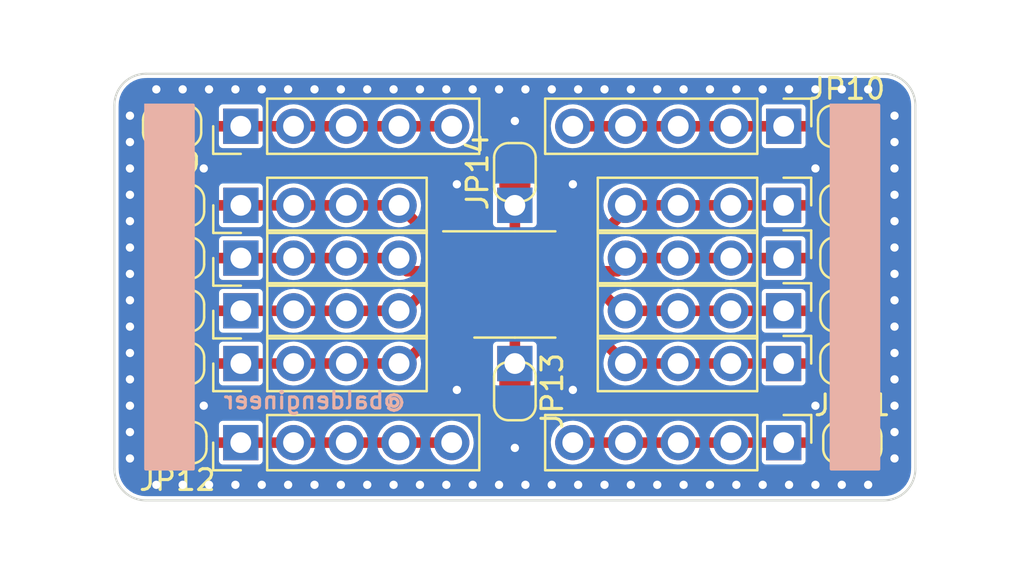
<source format=kicad_pcb>
(kicad_pcb (version 20211014) (generator pcbnew)
  (layers (0 "F.Cu" signal) (31 "B.Cu" signal) (34 "B.Paste" user) (35 "F.Paste" user) (36 "B.SilkS" user "B.Silkscreen") (37 "F.SilkS" user "F.Silkscreen") (38 "B.Mask" user) (39 "F.Mask" user) (44 "Edge.Cuts" user))
  (net 0 "")
  (net 1 "/Pin1")
  (net 2 "/Pin8")
  (net 3 "/Pin2")
  (net 4 "/Pin7")
  (net 5 "/Pin3")
  (net 6 "/Pin6")
  (net 7 "/Pin4")
  (net 8 "/Pin5")
  (net 9 "GND")
  (net 10 "/UL")
  (net 11 "/UR")
  (net 12 "/LL")
  (net 13 "/LR")
  (net 14 "/Pin9")
  (footprint "Jumper:SolderJumper-2_P1.3mm_Open_RoundedPad1.0x1.5mm" (layer "F.Cu") (at 95.504 67.056 180)
    (fp_text reference "JP9" (at 0 -1.8) (layer "F.SilkS"))
    (fp_text value "SolderJumper_2_Open")
    (fp_line (start -1.4 0.3) (end -1.4 -0.3) (layer "F.SilkS") (width 0.12))
    (fp_line (start 1.4 -0.3) (end 1.4 0.3) (layer "F.SilkS") (width 0.12))
    (fp_line (start 0.7 1) (end -0.7 1) (layer "F.SilkS") (width 0.12))
    (fp_line (start -0.7 -1) (end 0.7 -1) (layer "F.SilkS") (width 0.12))
    (fp_arc (start 1.4 0.3) (mid 1.194975 0.794975) (end 0.7 1) (layer "F.SilkS") (width 0.12))
    (fp_arc (start -0.7 1) (mid -1.194975 0.794975) (end -1.4 0.3) (layer "F.SilkS") (width 0.12))
    (fp_arc (start 0.7 -1) (mid 1.194975 -0.794975) (end 1.4 -0.3) (layer "F.SilkS") (width 0.12))
    (fp_arc (start -1.4 -0.3) (mid -1.194975 -0.794975) (end -0.7 -1) (layer "F.SilkS") (width 0.12))
    (pad "1" smd custom (at -0.65 0 180) (size 1 0.5) (layers "F.Cu" "F.Mask") (net 10 "/UL") (options (clearance outline) (anchor rect)) (primitives (gr_circle (center 0 0.25) (end 0.5 0.25) (width 0) (fill yes)) (gr_circle (center 0 -0.25) (end 0.5 -0.25) (width 0) (fill yes)) (gr_poly (pts (xy 0.5 0.75) (xy 0 0.75) (xy 0 -0.75) (xy 0.5 -0.75)) (width 0) (fill yes))))
    (pad "2" smd custom (at 0.65 0 180) (size 1 0.5) (layers "F.Cu" "F.Mask") (net 9 "GND") (options (clearance outline) (anchor rect)) (primitives (gr_circle (center 0 0.25) (end 0.5 0.25) (width 0) (fill yes)) (gr_circle (center 0 -0.25) (end 0.5 -0.25) (width 0) (fill yes)) (gr_poly (pts (xy 0 0.75) (xy -0.5 0.75) (xy -0.5 -0.75) (xy 0 -0.75)) (width 0) (fill yes))))
  )
  (footprint "Connector_PinHeader_2.54mm:PinHeader_1x05_P2.54mm_Vertical" (layer "F.Cu") (at 124.963 82.296 -90)
    (fp_text reference "J11" hide)
    (fp_text value "Conn_01x08")
    (fp_line (start -1.33 0) (end -1.33 -1.33) (layer "F.SilkS") (width 0.12))
    (fp_line (start 1.33 1.27) (end 1.33 11.49) (layer "F.SilkS") (width 0.12))
    (fp_line (start -1.33 1.27) (end 1.33 1.27) (layer "F.SilkS") (width 0.12))
    (fp_line (start -1.33 11.49) (end 1.33 11.49) (layer "F.SilkS") (width 0.12))
    (fp_line (start -1.33 -1.33) (end 0 -1.33) (layer "F.SilkS") (width 0.12))
    (fp_line (start -1.33 1.27) (end -1.33 11.49) (layer "F.SilkS") (width 0.12))
    (pad "1" thru_hole rect (at 0 0 270) (size 1.7 1.7) (drill 1) (layers *.Cu *.Mask) (net 12 "/LL"))
    (pad "2" thru_hole oval (at 0 2.54 270) (size 1.7 1.7) (drill 1) (layers *.Cu *.Mask) (net 12 "/LL"))
    (pad "3" thru_hole oval (at 0 5.08 270) (size 1.7 1.7) (drill 1) (layers *.Cu *.Mask) (net 12 "/LL"))
    (pad "4" thru_hole oval (at 0 7.62 270) (size 1.7 1.7) (drill 1) (layers *.Cu *.Mask) (net 12 "/LL"))
    (pad "5" thru_hole oval (at 0 10.16 270) (size 1.7 1.7) (drill 1) (layers *.Cu *.Mask) (net 12 "/LL"))
  )
  (footprint "Connector_PinHeader_2.54mm:PinHeader_1x04_P2.54mm_Vertical" (layer "F.Cu") (at 124.958 70.866 -90)
    (fp_text reference "J2" hide)
    (fp_text value "Conn_01x04")
    (fp_line (start -1.33 1.27) (end -1.33 8.95) (layer "F.SilkS") (width 0.12))
    (fp_line (start -1.33 -1.33) (end 0 -1.33) (layer "F.SilkS") (width 0.12))
    (fp_line (start 1.33 1.27) (end 1.33 8.95) (layer "F.SilkS") (width 0.12))
    (fp_line (start -1.33 8.95) (end 1.33 8.95) (layer "F.SilkS") (width 0.12))
    (fp_line (start -1.33 1.27) (end 1.33 1.27) (layer "F.SilkS") (width 0.12))
    (fp_line (start -1.33 0) (end -1.33 -1.33) (layer "F.SilkS") (width 0.12))
    (pad "1" thru_hole rect (at 0 0 270) (size 1.7 1.7) (drill 1) (layers *.Cu *.Mask) (net 2 "/Pin8"))
    (pad "2" thru_hole oval (at 0 2.54 270) (size 1.7 1.7) (drill 1) (layers *.Cu *.Mask) (net 2 "/Pin8"))
    (pad "3" thru_hole oval (at 0 5.08 270) (size 1.7 1.7) (drill 1) (layers *.Cu *.Mask) (net 2 "/Pin8"))
    (pad "4" thru_hole oval (at 0 7.62 270) (size 1.7 1.7) (drill 1) (layers *.Cu *.Mask) (net 2 "/Pin8"))
  )
  (footprint "Jumper:SolderJumper-2_P1.3mm_Open_RoundedPad1.0x1.5mm" (layer "F.Cu") (at 112.014 69.2658 90)
    (fp_text reference "JP14" (at 0 -1.8 90) (layer "F.SilkS"))
    (fp_text value "SolderJumper_2_Open")
    (fp_line (start 0.7 1) (end -0.7 1) (layer "F.SilkS") (width 0.12))
    (fp_line (start -0.7 -1) (end 0.7 -1) (layer "F.SilkS") (width 0.12))
    (fp_line (start 1.4 -0.3) (end 1.4 0.3) (layer "F.SilkS") (width 0.12))
    (fp_line (start -1.4 0.3) (end -1.4 -0.3) (layer "F.SilkS") (width 0.12))
    (fp_arc (start -0.7 1) (mid -1.194975 0.794975) (end -1.4 0.3) (layer "F.SilkS") (width 0.12))
    (fp_arc (start 0.7 -1) (mid 1.194975 -0.794975) (end 1.4 -0.3) (layer "F.SilkS") (width 0.12))
    (fp_arc (start -1.4 -0.3) (mid -1.194975 -0.794975) (end -0.7 -1) (layer "F.SilkS") (width 0.12))
    (fp_arc (start 1.4 0.3) (mid 1.194975 0.794975) (end 0.7 1) (layer "F.SilkS") (width 0.12))
    (pad "1" smd custom (at -0.65 0 90) (size 1 0.5) (layers "F.Cu" "F.Mask") (net 14 "/Pin9") (options (clearance outline) (anchor rect)) (primitives (gr_circle (center 0 0.25) (end 0.5 0.25) (width 0) (fill yes)) (gr_circle (center 0 -0.25) (end 0.5 -0.25) (width 0) (fill yes)) (gr_poly (pts (xy 0.5 0.75) (xy 0 0.75) (xy 0 -0.75) (xy 0.5 -0.75)) (width 0) (fill yes))))
    (pad "2" smd custom (at 0.65 0 90) (size 1 0.5) (layers "F.Cu" "F.Mask") (net 9 "GND") (options (clearance outline) (anchor rect)) (primitives (gr_circle (center 0 0.25) (end 0.5 0.25) (width 0) (fill yes)) (gr_circle (center 0 -0.25) (end 0.5 -0.25) (width 0) (fill yes)) (gr_poly (pts (xy 0 0.75) (xy -0.5 0.75) (xy -0.5 -0.75) (xy 0 -0.75)) (width 0) (fill yes))))
  )
  (footprint "Jumper:SolderJumper-2_P1.3mm_Open_RoundedPad1.0x1.5mm" (layer "F.Cu") (at 128.27 82.296)
    (fp_text reference "JP11" (at 0 -1.8) (layer "F.SilkS"))
    (fp_text value "SolderJumper_2_Open")
    (fp_line (start 0.7 1) (end -0.7 1) (layer "F.SilkS") (width 0.12))
    (fp_line (start -1.4 0.3) (end -1.4 -0.3) (layer "F.SilkS") (width 0.12))
    (fp_line (start 1.4 -0.3) (end 1.4 0.3) (layer "F.SilkS") (width 0.12))
    (fp_line (start -0.7 -1) (end 0.7 -1) (layer "F.SilkS") (width 0.12))
    (fp_arc (start -1.4 -0.3) (mid -1.194975 -0.794975) (end -0.7 -1) (layer "F.SilkS") (width 0.12))
    (fp_arc (start 1.4 0.3) (mid 1.194975 0.794975) (end 0.7 1) (layer "F.SilkS") (width 0.12))
    (fp_arc (start -0.7 1) (mid -1.194975 0.794975) (end -1.4 0.3) (layer "F.SilkS") (width 0.12))
    (fp_arc (start 0.7 -1) (mid 1.194975 -0.794975) (end 1.4 -0.3) (layer "F.SilkS") (width 0.12))
    (pad "1" smd custom (at -0.65 0) (size 1 0.5) (layers "F.Cu" "F.Mask") (net 12 "/LL") (options (clearance outline) (anchor rect)) (primitives (gr_circle (center 0 0.25) (end 0.5 0.25) (width 0) (fill yes)) (gr_circle (center 0 -0.25) (end 0.5 -0.25) (width 0) (fill yes)) (gr_poly (pts (xy 0.5 0.75) (xy 0 0.75) (xy 0 -0.75) (xy 0.5 -0.75)) (width 0) (fill yes))))
    (pad "2" smd custom (at 0.65 0) (size 1 0.5) (layers "F.Cu" "F.Mask") (net 9 "GND") (options (clearance outline) (anchor rect)) (primitives (gr_circle (center 0 0.25) (end 0.5 0.25) (width 0) (fill yes)) (gr_circle (center 0 -0.25) (end 0.5 -0.25) (width 0) (fill yes)) (gr_poly (pts (xy 0 0.75) (xy -0.5 0.75) (xy -0.5 -0.75) (xy 0 -0.75)) (width 0) (fill yes))))
  )
  (footprint "Jumper:SolderJumper-2_P1.3mm_Open_RoundedPad1.0x1.5mm" (layer "F.Cu") (at 128.128 78.486)
    (fp_text reference "JP8" hide)
    (fp_text value "SolderJumper_2_Open")
    (fp_line (start -1.4 0.3) (end -1.4 -0.3) (layer "F.SilkS") (width 0.12))
    (fp_line (start 0.7 1) (end -0.7 1) (layer "F.SilkS") (width 0.12))
    (fp_line (start -0.7 -1) (end 0.7 -1) (layer "F.SilkS") (width 0.12))
    (fp_line (start 1.4 -0.3) (end 1.4 0.3) (layer "F.SilkS") (width 0.12))
    (fp_arc (start -1.4 -0.3) (mid -1.194975 -0.794975) (end -0.7 -1) (layer "F.SilkS") (width 0.12))
    (fp_arc (start 1.4 0.3) (mid 1.194975 0.794975) (end 0.7 1) (layer "F.SilkS") (width 0.12))
    (fp_arc (start 0.7 -1) (mid 1.194975 -0.794975) (end 1.4 -0.3) (layer "F.SilkS") (width 0.12))
    (fp_arc (start -0.7 1) (mid -1.194975 0.794975) (end -1.4 0.3) (layer "F.SilkS") (width 0.12))
    (pad "1" smd custom (at -0.65 0) (size 1 0.5) (layers "F.Cu" "F.Mask") (net 8 "/Pin5") (options (clearance outline) (anchor rect)) (primitives (gr_circle (center 0 0.25) (end 0.5 0.25) (width 0) (fill yes)) (gr_circle (center 0 -0.25) (end 0.5 -0.25) (width 0) (fill yes)) (gr_poly (pts (xy 0.5 0.75) (xy 0 0.75) (xy 0 -0.75) (xy 0.5 -0.75)) (width 0) (fill yes))))
    (pad "2" smd custom (at 0.65 0) (size 1 0.5) (layers "F.Cu" "F.Mask") (net 9 "GND") (options (clearance outline) (anchor rect)) (primitives (gr_circle (center 0 0.25) (end 0.5 0.25) (width 0) (fill yes)) (gr_circle (center 0 -0.25) (end 0.5 -0.25) (width 0) (fill yes)) (gr_poly (pts (xy 0 0.75) (xy -0.5 0.75) (xy -0.5 -0.75) (xy 0 -0.75)) (width 0) (fill yes))))
  )
  (footprint "Connector_PinHeader_2.54mm:PinHeader_1x05_P2.54mm_Vertical" (layer "F.Cu") (at 98.811 82.296 90)
    (fp_text reference "J12" hide)
    (fp_text value "Conn_01x08")
    (fp_line (start -1.33 11.49) (end 1.33 11.49) (layer "F.SilkS") (width 0.12))
    (fp_line (start -1.33 -1.33) (end 0 -1.33) (layer "F.SilkS") (width 0.12))
    (fp_line (start -1.33 1.27) (end -1.33 11.49) (layer "F.SilkS") (width 0.12))
    (fp_line (start -1.33 1.27) (end 1.33 1.27) (layer "F.SilkS") (width 0.12))
    (fp_line (start -1.33 0) (end -1.33 -1.33) (layer "F.SilkS") (width 0.12))
    (fp_line (start 1.33 1.27) (end 1.33 11.49) (layer "F.SilkS") (width 0.12))
    (pad "1" thru_hole rect (at 0 0 90) (size 1.7 1.7) (drill 1) (layers *.Cu *.Mask) (net 13 "/LR"))
    (pad "2" thru_hole oval (at 0 2.54 90) (size 1.7 1.7) (drill 1) (layers *.Cu *.Mask) (net 13 "/LR"))
    (pad "3" thru_hole oval (at 0 5.08 90) (size 1.7 1.7) (drill 1) (layers *.Cu *.Mask) (net 13 "/LR"))
    (pad "4" thru_hole oval (at 0 7.62 90) (size 1.7 1.7) (drill 1) (layers *.Cu *.Mask) (net 13 "/LR"))
    (pad "5" thru_hole oval (at 0 10.16 90) (size 1.7 1.7) (drill 1) (layers *.Cu *.Mask) (net 13 "/LR"))
  )
  (footprint "Jumper:SolderJumper-2_P1.3mm_Open_RoundedPad1.0x1.5mm" (layer "F.Cu") (at 95.646 78.486 180)
    (fp_text reference "JP7" hide)
    (fp_text value "SolderJumper_2_Open")
    (fp_line (start -0.7 -1) (end 0.7 -1) (layer "F.SilkS") (width 0.12))
    (fp_line (start 0.7 1) (end -0.7 1) (layer "F.SilkS") (width 0.12))
    (fp_line (start 1.4 -0.3) (end 1.4 0.3) (layer "F.SilkS") (width 0.12))
    (fp_line (start -1.4 0.3) (end -1.4 -0.3) (layer "F.SilkS") (width 0.12))
    (fp_arc (start 1.4 0.3) (mid 1.194975 0.794975) (end 0.7 1) (layer "F.SilkS") (width 0.12))
    (fp_arc (start 0.7 -1) (mid 1.194975 -0.794975) (end 1.4 -0.3) (layer "F.SilkS") (width 0.12))
    (fp_arc (start -0.7 1) (mid -1.194975 0.794975) (end -1.4 0.3) (layer "F.SilkS") (width 0.12))
    (fp_arc (start -1.4 -0.3) (mid -1.194975 -0.794975) (end -0.7 -1) (layer "F.SilkS") (width 0.12))
    (pad "1" smd custom (at -0.65 0 180) (size 1 0.5) (layers "F.Cu" "F.Mask") (net 7 "/Pin4") (options (clearance outline) (anchor rect)) (primitives (gr_circle (center 0 0.25) (end 0.5 0.25) (width 0) (fill yes)) (gr_circle (center 0 -0.25) (end 0.5 -0.25) (width 0) (fill yes)) (gr_poly (pts (xy 0.5 0.75) (xy 0 0.75) (xy 0 -0.75) (xy 0.5 -0.75)) (width 0) (fill yes))))
    (pad "2" smd custom (at 0.65 0 180) (size 1 0.5) (layers "F.Cu" "F.Mask") (net 9 "GND") (options (clearance outline) (anchor rect)) (primitives (gr_circle (center 0 0.25) (end 0.5 0.25) (width 0) (fill yes)) (gr_circle (center 0 -0.25) (end 0.5 -0.25) (width 0) (fill yes)) (gr_poly (pts (xy 0 0.75) (xy -0.5 0.75) (xy -0.5 -0.75) (xy 0 -0.75)) (width 0) (fill yes))))
  )
  (footprint "Jumper:SolderJumper-2_P1.3mm_Open_RoundedPad1.0x1.5mm" (layer "F.Cu") (at 95.646 73.406 180)
    (fp_text reference "JP3" hide)
    (fp_text value "SolderJumper_2_Open")
    (fp_line (start -1.4 0.3) (end -1.4 -0.3) (layer "F.SilkS") (width 0.12))
    (fp_line (start 1.4 -0.3) (end 1.4 0.3) (layer "F.SilkS") (width 0.12))
    (fp_line (start 0.7 1) (end -0.7 1) (layer "F.SilkS") (width 0.12))
    (fp_line (start -0.7 -1) (end 0.7 -1) (layer "F.SilkS") (width 0.12))
    (fp_arc (start 1.4 0.3) (mid 1.194975 0.794975) (end 0.7 1) (layer "F.SilkS") (width 0.12))
    (fp_arc (start -0.7 1) (mid -1.194975 0.794975) (end -1.4 0.3) (layer "F.SilkS") (width 0.12))
    (fp_arc (start -1.4 -0.3) (mid -1.194975 -0.794975) (end -0.7 -1) (layer "F.SilkS") (width 0.12))
    (fp_arc (start 0.7 -1) (mid 1.194975 -0.794975) (end 1.4 -0.3) (layer "F.SilkS") (width 0.12))
    (pad "1" smd custom (at -0.65 0 180) (size 1 0.5) (layers "F.Cu" "F.Mask") (net 3 "/Pin2") (options (clearance outline) (anchor rect)) (primitives (gr_circle (center 0 0.25) (end 0.5 0.25) (width 0) (fill yes)) (gr_circle (center 0 -0.25) (end 0.5 -0.25) (width 0) (fill yes)) (gr_poly (pts (xy 0.5 0.75) (xy 0 0.75) (xy 0 -0.75) (xy 0.5 -0.75)) (width 0) (fill yes))))
    (pad "2" smd custom (at 0.65 0 180) (size 1 0.5) (layers "F.Cu" "F.Mask") (net 9 "GND") (options (clearance outline) (anchor rect)) (primitives (gr_circle (center 0 0.25) (end 0.5 0.25) (width 0) (fill yes)) (gr_circle (center 0 -0.25) (end 0.5 -0.25) (width 0) (fill yes)) (gr_poly (pts (xy 0 0.75) (xy -0.5 0.75) (xy -0.5 -0.75) (xy 0 -0.75)) (width 0) (fill yes))))
  )
  (footprint "Connector_PinHeader_2.54mm:PinHeader_1x04_P2.54mm_Vertical" (layer "F.Cu") (at 124.958 75.946 -90)
    (fp_text reference "J6" hide)
    (fp_text value "Conn_01x04")
    (fp_line (start -1.33 0) (end -1.33 -1.33) (layer "F.SilkS") (width 0.12))
    (fp_line (start 1.33 1.27) (end 1.33 8.95) (layer "F.SilkS") (width 0.12))
    (fp_line (start -1.33 1.27) (end 1.33 1.27) (layer "F.SilkS") (width 0.12))
    (fp_line (start -1.33 -1.33) (end 0 -1.33) (layer "F.SilkS") (width 0.12))
    (fp_line (start -1.33 1.27) (end -1.33 8.95) (layer "F.SilkS") (width 0.12))
    (fp_line (start -1.33 8.95) (end 1.33 8.95) (layer "F.SilkS") (width 0.12))
    (pad "1" thru_hole rect (at 0 0 270) (size 1.7 1.7) (drill 1) (layers *.Cu *.Mask) (net 6 "/Pin6"))
    (pad "2" thru_hole oval (at 0 2.54 270) (size 1.7 1.7) (drill 1) (layers *.Cu *.Mask) (net 6 "/Pin6"))
    (pad "3" thru_hole oval (at 0 5.08 270) (size 1.7 1.7) (drill 1) (layers *.Cu *.Mask) (net 6 "/Pin6"))
    (pad "4" thru_hole oval (at 0 7.62 270) (size 1.7 1.7) (drill 1) (layers *.Cu *.Mask) (net 6 "/Pin6"))
  )
  (footprint "Jumper:SolderJumper-2_P1.3mm_Open_RoundedPad1.0x1.5mm" (layer "F.Cu") (at 95.646 75.946 180)
    (fp_text reference "JP5" hide)
    (fp_text value "SolderJumper_2_Open")
    (fp_line (start -0.7 -1) (end 0.7 -1) (layer "F.SilkS") (width 0.12))
    (fp_line (start 0.7 1) (end -0.7 1) (layer "F.SilkS") (width 0.12))
    (fp_line (start 1.4 -0.3) (end 1.4 0.3) (layer "F.SilkS") (width 0.12))
    (fp_line (start -1.4 0.3) (end -1.4 -0.3) (layer "F.SilkS") (width 0.12))
    (fp_arc (start 1.4 0.3) (mid 1.194975 0.794975) (end 0.7 1) (layer "F.SilkS") (width 0.12))
    (fp_arc (start -1.4 -0.3) (mid -1.194975 -0.794975) (end -0.7 -1) (layer "F.SilkS") (width 0.12))
    (fp_arc (start 0.7 -1) (mid 1.194975 -0.794975) (end 1.4 -0.3) (layer "F.SilkS") (width 0.12))
    (fp_arc (start -0.7 1) (mid -1.194975 0.794975) (end -1.4 0.3) (layer "F.SilkS") (width 0.12))
    (pad "1" smd custom (at -0.65 0 180) (size 1 0.5) (layers "F.Cu" "F.Mask") (net 5 "/Pin3") (options (clearance outline) (anchor rect)) (primitives (gr_circle (center 0 0.25) (end 0.5 0.25) (width 0) (fill yes)) (gr_circle (center 0 -0.25) (end 0.5 -0.25) (width 0) (fill yes)) (gr_poly (pts (xy 0.5 0.75) (xy 0 0.75) (xy 0 -0.75) (xy 0.5 -0.75)) (width 0) (fill yes))))
    (pad "2" smd custom (at 0.65 0 180) (size 1 0.5) (layers "F.Cu" "F.Mask") (net 9 "GND") (options (clearance outline) (anchor rect)) (primitives (gr_circle (center 0 0.25) (end 0.5 0.25) (width 0) (fill yes)) (gr_circle (center 0 -0.25) (end 0.5 -0.25) (width 0) (fill yes)) (gr_poly (pts (xy 0 0.75) (xy -0.5 0.75) (xy -0.5 -0.75) (xy 0 -0.75)) (width 0) (fill yes))))
  )
  (footprint "Connector_PinHeader_2.54mm:PinHeader_1x04_P2.54mm_Vertical" (layer "F.Cu") (at 124.958 73.406 -90)
    (fp_text reference "J4" hide)
    (fp_text value "Conn_01x04")
    (fp_line (start -1.33 -1.33) (end 0 -1.33) (layer "F.SilkS") (width 0.12))
    (fp_line (start -1.33 1.27) (end -1.33 8.95) (layer "F.SilkS") (width 0.12))
    (fp_line (start -1.33 1.27) (end 1.33 1.27) (layer "F.SilkS") (width 0.12))
    (fp_line (start 1.33 1.27) (end 1.33 8.95) (layer "F.SilkS") (width 0.12))
    (fp_line (start -1.33 8.95) (end 1.33 8.95) (layer "F.SilkS") (width 0.12))
    (fp_line (start -1.33 0) (end -1.33 -1.33) (layer "F.SilkS") (width 0.12))
    (pad "1" thru_hole rect (at 0 0 270) (size 1.7 1.7) (drill 1) (layers *.Cu *.Mask) (net 4 "/Pin7"))
    (pad "2" thru_hole oval (at 0 2.54 270) (size 1.7 1.7) (drill 1) (layers *.Cu *.Mask) (net 4 "/Pin7"))
    (pad "3" thru_hole oval (at 0 5.08 270) (size 1.7 1.7) (drill 1) (layers *.Cu *.Mask) (net 4 "/Pin7"))
    (pad "4" thru_hole oval (at 0 7.62 270) (size 1.7 1.7) (drill 1) (layers *.Cu *.Mask) (net 4 "/Pin7"))
  )
  (footprint "Jumper:SolderJumper-2_P1.3mm_Open_RoundedPad1.0x1.5mm" (layer "F.Cu") (at 95.646 70.866 180)
    (fp_text reference "JP1" hide)
    (fp_text value "SolderJumper_2_Open")
    (fp_line (start -1.4 0.3) (end -1.4 -0.3) (layer "F.SilkS") (width 0.12))
    (fp_line (start -0.7 -1) (end 0.7 -1) (layer "F.SilkS") (width 0.12))
    (fp_line (start 1.4 -0.3) (end 1.4 0.3) (layer "F.SilkS") (width 0.12))
    (fp_line (start 0.7 1) (end -0.7 1) (layer "F.SilkS") (width 0.12))
    (fp_arc (start 1.4 0.3) (mid 1.194975 0.794975) (end 0.7 1) (layer "F.SilkS") (width 0.12))
    (fp_arc (start -0.7 1) (mid -1.194975 0.794975) (end -1.4 0.3) (layer "F.SilkS") (width 0.12))
    (fp_arc (start -1.4 -0.3) (mid -1.194975 -0.794975) (end -0.7 -1) (layer "F.SilkS") (width 0.12))
    (fp_arc (start 0.7 -1) (mid 1.194975 -0.794975) (end 1.4 -0.3) (layer "F.SilkS") (width 0.12))
    (pad "1" smd custom (at -0.65 0 180) (size 1 0.5) (layers "F.Cu" "F.Mask") (net 1 "/Pin1") (options (clearance outline) (anchor rect)) (primitives (gr_circle (center 0 0.25) (end 0.5 0.25) (width 0) (fill yes)) (gr_circle (center 0 -0.25) (end 0.5 -0.25) (width 0) (fill yes)) (gr_poly (pts (xy 0.5 0.75) (xy 0 0.75) (xy 0 -0.75) (xy 0.5 -0.75)) (width 0) (fill yes))))
    (pad "2" smd custom (at 0.65 0 180) (size 1 0.5) (layers "F.Cu" "F.Mask") (net 9 "GND") (options (clearance outline) (anchor rect)) (primitives (gr_circle (center 0 0.25) (end 0.5 0.25) (width 0) (fill yes)) (gr_circle (center 0 -0.25) (end 0.5 -0.25) (width 0) (fill yes)) (gr_poly (pts (xy 0 0.75) (xy -0.5 0.75) (xy -0.5 -0.75) (xy 0 -0.75)) (width 0) (fill yes))))
  )
  (footprint "Connector_PinHeader_2.54mm:PinHeader_1x04_P2.54mm_Vertical" (layer "F.Cu") (at 98.816 78.486 90)
    (fp_text reference "J7" hide)
    (fp_text value "Conn_01x04")
    (fp_line (start -1.33 1.27) (end -1.33 8.95) (layer "F.SilkS") (width 0.12))
    (fp_line (start -1.33 -1.33) (end 0 -1.33) (layer "F.SilkS") (width 0.12))
    (fp_line (start -1.33 0) (end -1.33 -1.33) (layer "F.SilkS") (width 0.12))
    (fp_line (start -1.33 8.95) (end 1.33 8.95) (layer "F.SilkS") (width 0.12))
    (fp_line (start -1.33 1.27) (end 1.33 1.27) (layer "F.SilkS") (width 0.12))
    (fp_line (start 1.33 1.27) (end 1.33 8.95) (layer "F.SilkS") (width 0.12))
    (pad "1" thru_hole rect (at 0 0 90) (size 1.7 1.7) (drill 1) (layers *.Cu *.Mask) (net 7 "/Pin4"))
    (pad "2" thru_hole oval (at 0 2.54 90) (size 1.7 1.7) (drill 1) (layers *.Cu *.Mask) (net 7 "/Pin4"))
    (pad "3" thru_hole oval (at 0 5.08 90) (size 1.7 1.7) (drill 1) (layers *.Cu *.Mask) (net 7 "/Pin4"))
    (pad "4" thru_hole oval (at 0 7.62 90) (size 1.7 1.7) (drill 1) (layers *.Cu *.Mask) (net 7 "/Pin4"))
  )
  (footprint "Jumper:SolderJumper-2_P1.3mm_Open_RoundedPad1.0x1.5mm" (layer "F.Cu") (at 128.128 70.866)
    (fp_text reference "JP2" hide)
    (fp_text value "SolderJumper_2_Open")
    (fp_line (start 0.7 1) (end -0.7 1) (layer "F.SilkS") (width 0.12))
    (fp_line (start -1.4 0.3) (end -1.4 -0.3) (layer "F.SilkS") (width 0.12))
    (fp_line (start -0.7 -1) (end 0.7 -1) (layer "F.SilkS") (width 0.12))
    (fp_line (start 1.4 -0.3) (end 1.4 0.3) (layer "F.SilkS") (width 0.12))
    (fp_arc (start 0.7 -1) (mid 1.194975 -0.794975) (end 1.4 -0.3) (layer "F.SilkS") (width 0.12))
    (fp_arc (start 1.4 0.3) (mid 1.194975 0.794975) (end 0.7 1) (layer "F.SilkS") (width 0.12))
    (fp_arc (start -0.7 1) (mid -1.194975 0.794975) (end -1.4 0.3) (layer "F.SilkS") (width 0.12))
    (fp_arc (start -1.4 -0.3) (mid -1.194975 -0.794975) (end -0.7 -1) (layer "F.SilkS") (width 0.12))
    (pad "1" smd custom (at -0.65 0) (size 1 0.5) (layers "F.Cu" "F.Mask") (net 2 "/Pin8") (options (clearance outline) (anchor rect)) (primitives (gr_circle (center 0 0.25) (end 0.5 0.25) (width 0) (fill yes)) (gr_circle (center 0 -0.25) (end 0.5 -0.25) (width 0) (fill yes)) (gr_poly (pts (xy 0.5 0.75) (xy 0 0.75) (xy 0 -0.75) (xy 0.5 -0.75)) (width 0) (fill yes))))
    (pad "2" smd custom (at 0.65 0) (size 1 0.5) (layers "F.Cu" "F.Mask") (net 9 "GND") (options (clearance outline) (anchor rect)) (primitives (gr_circle (center 0 0.25) (end 0.5 0.25) (width 0) (fill yes)) (gr_circle (center 0 -0.25) (end 0.5 -0.25) (width 0) (fill yes)) (gr_poly (pts (xy 0 0.75) (xy -0.5 0.75) (xy -0.5 -0.75) (xy 0 -0.75)) (width 0) (fill yes))))
  )
  (footprint "Connector_PinHeader_2.54mm:PinHeader_1x05_P2.54mm_Vertical" (layer "F.Cu") (at 124.963 67.056 -90)
    (fp_text reference "J10" hide)
    (fp_text value "Conn_01x08")
    (fp_line (start 1.33 1.27) (end 1.33 11.49) (layer "F.SilkS") (width 0.12))
    (fp_line (start -1.33 -1.33) (end 0 -1.33) (layer "F.SilkS") (width 0.12))
    (fp_line (start -1.33 1.27) (end 1.33 1.27) (layer "F.SilkS") (width 0.12))
    (fp_line (start -1.33 1.27) (end -1.33 11.49) (layer "F.SilkS") (width 0.12))
    (fp_line (start -1.33 11.49) (end 1.33 11.49) (layer "F.SilkS") (width 0.12))
    (fp_line (start -1.33 0) (end -1.33 -1.33) (layer "F.SilkS") (width 0.12))
    (pad "1" thru_hole rect (at 0 0 270) (size 1.7 1.7) (drill 1) (layers *.Cu *.Mask) (net 11 "/UR"))
    (pad "2" thru_hole oval (at 0 2.54 270) (size 1.7 1.7) (drill 1) (layers *.Cu *.Mask) (net 11 "/UR"))
    (pad "3" thru_hole oval (at 0 5.08 270) (size 1.7 1.7) (drill 1) (layers *.Cu *.Mask) (net 11 "/UR"))
    (pad "4" thru_hole oval (at 0 7.62 270) (size 1.7 1.7) (drill 1) (layers *.Cu *.Mask) (net 11 "/UR"))
    (pad "5" thru_hole oval (at 0 10.16 270) (size 1.7 1.7) (drill 1) (layers *.Cu *.Mask) (net 11 "/UR"))
  )
  (footprint "Connector_PinHeader_2.54mm:PinHeader_1x01_P2.54mm_Vertical" (layer "F.Cu") (at 112.014 70.866)
    (fp_text reference "J14" hide)
    (fp_text value "Conn_01x01")
    (pad "1" thru_hole rect (at 0 0) (size 1.7 1.7) (drill 1) (layers *.Cu *.Mask) (net 14 "/Pin9"))
  )
  (footprint "Jumper:SolderJumper-2_P1.3mm_Open_RoundedPad1.0x1.5mm" (layer "F.Cu") (at 95.758 82.296 180)
    (fp_text reference "JP12" (at 0 -1.8) (layer "F.SilkS"))
    (fp_text value "SolderJumper_2_Open")
    (fp_line (start -0.7 -1) (end 0.7 -1) (layer "F.SilkS") (width 0.12))
    (fp_line (start 0.7 1) (end -0.7 1) (layer "F.SilkS") (width 0.12))
    (fp_line (start -1.4 0.3) (end -1.4 -0.3) (layer "F.SilkS") (width 0.12))
    (fp_line (start 1.4 -0.3) (end 1.4 0.3) (layer "F.SilkS") (width 0.12))
    (fp_arc (start 1.4 0.3) (mid 1.194975 0.794975) (end 0.7 1) (layer "F.SilkS") (width 0.12))
    (fp_arc (start 0.7 -1) (mid 1.194975 -0.794975) (end 1.4 -0.3) (layer "F.SilkS") (width 0.12))
    (fp_arc (start -1.4 -0.3) (mid -1.194975 -0.794975) (end -0.7 -1) (layer "F.SilkS") (width 0.12))
    (fp_arc (start -0.7 1) (mid -1.194975 0.794975) (end -1.4 0.3) (layer "F.SilkS") (width 0.12))
    (pad "1" smd custom (at -0.65 0 180) (size 1 0.5) (layers "F.Cu" "F.Mask") (net 13 "/LR") (options (clearance outline) (anchor rect)) (primitives (gr_circle (center 0 0.25) (end 0.5 0.25) (width 0) (fill yes)) (gr_circle (center 0 -0.25) (end 0.5 -0.25) (width 0) (fill yes)) (gr_poly (pts (xy 0.5 0.75) (xy 0 0.75) (xy 0 -0.75) (xy 0.5 -0.75)) (width 0) (fill yes))))
    (pad "2" smd custom (at 0.65 0 180) (size 1 0.5) (layers "F.Cu" "F.Mask") (net 9 "GND") (options (clearance outline) (anchor rect)) (primitives (gr_circle (center 0 0.25) (end 0.5 0.25) (width 0) (fill yes)) (gr_circle (center 0 -0.25) (end 0.5 -0.25) (width 0) (fill yes)) (gr_poly (pts (xy 0 0.75) (xy -0.5 0.75) (xy -0.5 -0.75) (xy 0 -0.75)) (width 0) (fill yes))))
  )
  (footprint "Connector_PinHeader_2.54mm:PinHeader_1x04_P2.54mm_Vertical" (layer "F.Cu") (at 98.816 75.946 90)
    (fp_text reference "J5" hide)
    (fp_text value "Conn_01x04")
    (fp_line (start -1.33 -1.33) (end 0 -1.33) (layer "F.SilkS") (width 0.12))
    (fp_line (start -1.33 1.27) (end 1.33 1.27) (layer "F.SilkS") (width 0.12))
    (fp_line (start -1.33 1.27) (end -1.33 8.95) (layer "F.SilkS") (width 0.12))
    (fp_line (start -1.33 8.95) (end 1.33 8.95) (layer "F.SilkS") (width 0.12))
    (fp_line (start 1.33 1.27) (end 1.33 8.95) (layer "F.SilkS") (width 0.12))
    (fp_line (start -1.33 0) (end -1.33 -1.33) (layer "F.SilkS") (width 0.12))
    (pad "1" thru_hole rect (at 0 0 90) (size 1.7 1.7) (drill 1) (layers *.Cu *.Mask) (net 5 "/Pin3"))
    (pad "2" thru_hole oval (at 0 2.54 90) (size 1.7 1.7) (drill 1) (layers *.Cu *.Mask) (net 5 "/Pin3"))
    (pad "3" thru_hole oval (at 0 5.08 90) (size 1.7 1.7) (drill 1) (layers *.Cu *.Mask) (net 5 "/Pin3"))
    (pad "4" thru_hole oval (at 0 7.62 90) (size 1.7 1.7) (drill 1) (layers *.Cu *.Mask) (net 5 "/Pin3"))
  )
  (footprint "Jumper:SolderJumper-2_P1.3mm_Open_RoundedPad1.0x1.5mm" (layer "F.Cu") (at 128.016 67.056)
    (fp_text reference "JP10" (at 0 -1.8) (layer "F.SilkS"))
    (fp_text value "SolderJumper_2_Open")
    (fp_line (start -0.7 -1) (end 0.7 -1) (layer "F.SilkS") (width 0.12))
    (fp_line (start 0.7 1) (end -0.7 1) (layer "F.SilkS") (width 0.12))
    (fp_line (start 1.4 -0.3) (end 1.4 0.3) (layer "F.SilkS") (width 0.12))
    (fp_line (start -1.4 0.3) (end -1.4 -0.3) (layer "F.SilkS") (width 0.12))
    (fp_arc (start -1.4 -0.3) (mid -1.194975 -0.794975) (end -0.7 -1) (layer "F.SilkS") (width 0.12))
    (fp_arc (start 0.7 -1) (mid 1.194975 -0.794975) (end 1.4 -0.3) (layer "F.SilkS") (width 0.12))
    (fp_arc (start -0.7 1) (mid -1.194975 0.794975) (end -1.4 0.3) (layer "F.SilkS") (width 0.12))
    (fp_arc (start 1.4 0.3) (mid 1.194975 0.794975) (end 0.7 1) (layer "F.SilkS") (width 0.12))
    (pad "1" smd custom (at -0.65 0) (size 1 0.5) (layers "F.Cu" "F.Mask") (net 11 "/UR") (options (clearance outline) (anchor rect)) (primitives (gr_circle (center 0 0.25) (end 0.5 0.25) (width 0) (fill yes)) (gr_circle (center 0 -0.25) (end 0.5 -0.25) (width 0) (fill yes)) (gr_poly (pts (xy 0.5 0.75) (xy 0 0.75) (xy 0 -0.75) (xy 0.5 -0.75)) (width 0) (fill yes))))
    (pad "2" smd custom (at 0.65 0) (size 1 0.5) (layers "F.Cu" "F.Mask") (net 9 "GND") (options (clearance outline) (anchor rect)) (primitives (gr_circle (center 0 0.25) (end 0.5 0.25) (width 0) (fill yes)) (gr_circle (center 0 -0.25) (end 0.5 -0.25) (width 0) (fill yes)) (gr_poly (pts (xy 0 0.75) (xy -0.5 0.75) (xy -0.5 -0.75) (xy 0 -0.75)) (width 0) (fill yes))))
  )
  (footprint "Connector_PinHeader_2.54mm:PinHeader_1x05_P2.54mm_Vertical" (layer "F.Cu") (at 98.811 67.056 90)
    (fp_text reference "J9" hide)
    (fp_text value "Conn_01x08")
    (fp_line (start -1.33 1.27) (end 1.33 1.27) (layer "F.SilkS") (width 0.12))
    (fp_line (start -1.33 -1.33) (end 0 -1.33) (layer "F.SilkS") (width 0.12))
    (fp_line (start -1.33 11.49) (end 1.33 11.49) (layer "F.SilkS") (width 0.12))
    (fp_line (start -1.33 1.27) (end -1.33 11.49) (layer "F.SilkS") (width 0.12))
    (fp_line (start -1.33 0) (end -1.33 -1.33) (layer "F.SilkS") (width 0.12))
    (fp_line (start 1.33 1.27) (end 1.33 11.49) (layer "F.SilkS") (width 0.12))
    (pad "1" thru_hole rect (at 0 0 90) (size 1.7 1.7) (drill 1) (layers *.Cu *.Mask) (net 10 "/UL"))
    (pad "2" thru_hole oval (at 0 2.54 90) (size 1.7 1.7) (drill 1) (layers *.Cu *.Mask) (net 10 "/UL"))
    (pad "3" thru_hole oval (at 0 5.08 90) (size 1.7 1.7) (drill 1) (layers *.Cu *.Mask) (net 10 "/UL"))
    (pad "4" thru_hole oval (at 0 7.62 90) (size 1.7 1.7) (drill 1) (layers *.Cu *.Mask) (net 10 "/UL"))
    (pad "5" thru_hole oval (at 0 10.16 90) (size 1.7 1.7) (drill 1) (layers *.Cu *.Mask) (net 10 "/UL"))
  )
  (footprint "Connector_PinHeader_2.54mm:PinHeader_1x04_P2.54mm_Vertical" (layer "F.Cu") (at 98.816 73.406 90)
    (fp_text reference "J3" hide)
    (fp_text value "Conn_01x04")
    (fp_line (start -1.33 8.95) (end 1.33 8.95) (layer "F.SilkS") (width 0.12))
    (fp_line (start -1.33 0) (end -1.33 -1.33) (layer "F.SilkS") (width 0.12))
    (fp_line (start -1.33 1.27) (end -1.33 8.95) (layer "F.SilkS") (width 0.12))
    (fp_line (start -1.33 1.27) (end 1.33 1.27) (layer "F.SilkS") (width 0.12))
    (fp_line (start 1.33 1.27) (end 1.33 8.95) (layer "F.SilkS") (width 0.12))
    (fp_line (start -1.33 -1.33) (end 0 -1.33) (layer "F.SilkS") (width 0.12))
    (pad "1" thru_hole rect (at 0 0 90) (size 1.7 1.7) (drill 1) (layers *.Cu *.Mask) (net 3 "/Pin2"))
    (pad "2" thru_hole oval (at 0 2.54 90) (size 1.7 1.7) (drill 1) (layers *.Cu *.Mask) (net 3 "/Pin2"))
    (pad "3" thru_hole oval (at 0 5.08 90) (size 1.7 1.7) (drill 1) (layers *.Cu *.Mask) (net 3 "/Pin2"))
    (pad "4" thru_hole oval (at 0 7.62 90) (size 1.7 1.7) (drill 1) (layers *.Cu *.Mask) (net 3 "/Pin2"))
  )
  (footprint "Jumper:SolderJumper-2_P1.3mm_Open_RoundedPad1.0x1.5mm" (layer "F.Cu") (at 128.128 75.946)
    (fp_text reference "JP6" hide)
    (fp_text value "SolderJumper_2_Open")
    (fp_line (start -0.7 -1) (end 0.7 -1) (layer "F.SilkS") (width 0.12))
    (fp_line (start 1.4 -0.3) (end 1.4 0.3) (layer "F.SilkS") (width 0.12))
    (fp_line (start -1.4 0.3) (end -1.4 -0.3) (layer "F.SilkS") (width 0.12))
    (fp_line (start 0.7 1) (end -0.7 1) (layer "F.SilkS") (width 0.12))
    (fp_arc (start -0.7 1) (mid -1.194975 0.794975) (end -1.4 0.3) (layer "F.SilkS") (width 0.12))
    (fp_arc (start 1.4 0.3) (mid 1.194975 0.794975) (end 0.7 1) (layer "F.SilkS") (width 0.12))
    (fp_arc (start 0.7 -1) (mid 1.194975 -0.794975) (end 1.4 -0.3) (layer "F.SilkS") (width 0.12))
    (fp_arc (start -1.4 -0.3) (mid -1.194975 -0.794975) (end -0.7 -1) (layer "F.SilkS") (width 0.12))
    (pad "1" smd custom (at -0.65 0) (size 1 0.5) (layers "F.Cu" "F.Mask") (net 6 "/Pin6") (options (clearance outline) (anchor rect)) (primitives (gr_circle (center 0 0.25) (end 0.5 0.25) (width 0) (fill yes)) (gr_circle (center 0 -0.25) (end 0.5 -0.25) (width 0) (fill yes)) (gr_poly (pts (xy 0.5 0.75) (xy 0 0.75) (xy 0 -0.75) (xy 0.5 -0.75)) (width 0) (fill yes))))
    (pad "2" smd custom (at 0.65 0) (size 1 0.5) (layers "F.Cu" "F.Mask") (net 9 "GND") (options (clearance outline) (anchor rect)) (primitives (gr_circle (center 0 0.25) (end 0.5 0.25) (width 0) (fill yes)) (gr_circle (center 0 -0.25) (end 0.5 -0.25) (width 0) (fill yes)) (gr_poly (pts (xy 0 0.75) (xy -0.5 0.75) (xy -0.5 -0.75) (xy 0 -0.75)) (width 0) (fill yes))))
  )
  (footprint "Connector_PinHeader_2.54mm:PinHeader_1x04_P2.54mm_Vertical" (layer "F.Cu") (at 98.816 70.866 90)
    (fp_text reference "J1" hide)
    (fp_text value "Conn_01x04")
    (fp_line (start 1.33 1.27) (end 1.33 8.95) (layer "F.SilkS") (width 0.12))
    (fp_line (start -1.33 8.95) (end 1.33 8.95) (layer "F.SilkS") (width 0.12))
    (fp_line (start -1.33 -1.33) (end 0 -1.33) (layer "F.SilkS") (width 0.12))
    (fp_line (start -1.33 1.27) (end -1.33 8.95) (layer "F.SilkS") (width 0.12))
    (fp_line (start -1.33 0) (end -1.33 -1.33) (layer "F.SilkS") (width 0.12))
    (fp_line (start -1.33 1.27) (end 1.33 1.27) (layer "F.SilkS") (width 0.12))
    (pad "1" thru_hole rect (at 0 0 90) (size 1.7 1.7) (drill 1) (layers *.Cu *.Mask) (net 1 "/Pin1"))
    (pad "2" thru_hole oval (at 0 2.54 90) (size 1.7 1.7) (drill 1) (layers *.Cu *.Mask) (net 1 "/Pin1"))
    (pad "3" thru_hole oval (at 0 5.08 90) (size 1.7 1.7) (drill 1) (layers *.Cu *.Mask) (net 1 "/Pin1"))
    (pad "4" thru_hole oval (at 0 7.62 90) (size 1.7 1.7) (drill 1) (layers *.Cu *.Mask) (net 1 "/Pin1"))
  )
  (footprint "Jumper:SolderJumper-2_P1.3mm_Open_RoundedPad1.0x1.5mm" (layer "F.Cu") (at 128.128 73.406)
    (fp_text reference "JP4" hide)
    (fp_text value "SolderJumper_2_Open")
    (fp_line (start 0.7 1) (end -0.7 1) (layer "F.SilkS") (width 0.12))
    (fp_line (start -0.7 -1) (end 0.7 -1) (layer "F.SilkS") (width 0.12))
    (fp_line (start 1.4 -0.3) (end 1.4 0.3) (layer "F.SilkS") (width 0.12))
    (fp_line (start -1.4 0.3) (end -1.4 -0.3) (layer "F.SilkS") (width 0.12))
    (fp_arc (start -0.7 1) (mid -1.194975 0.794975) (end -1.4 0.3) (layer "F.SilkS") (width 0.12))
    (fp_arc (start 0.7 -1) (mid 1.194975 -0.794975) (end 1.4 -0.3) (layer "F.SilkS") (width 0.12))
    (fp_arc (start -1.4 -0.3) (mid -1.194975 -0.794975) (end -0.7 -1) (layer "F.SilkS") (width 0.12))
    (fp_arc (start 1.4 0.3) (mid 1.194975 0.794975) (end 0.7 1) (layer "F.SilkS") (width 0.12))
    (pad "1" smd custom (at -0.65 0) (size 1 0.5) (layers "F.Cu" "F.Mask") (net 4 "/Pin7") (options (clearance outline) (anchor rect)) (primitives (gr_circle (center 0 0.25) (end 0.5 0.25) (width 0) (fill yes)) (gr_circle (center 0 -0.25) (end 0.5 -0.25) (width 0) (fill yes)) (gr_poly (pts (xy 0.5 0.75) (xy 0 0.75) (xy 0 -0.75) (xy 0.5 -0.75)) (width 0) (fill yes))))
    (pad "2" smd custom (at 0.65 0) (size 1 0.5) (layers "F.Cu" "F.Mask") (net 9 "GND") (options (clearance outline) (anchor rect)) (primitives (gr_circle (center 0 0.25) (end 0.5 0.25) (width 0) (fill yes)) (gr_circle (center 0 -0.25) (end 0.5 -0.25) (width 0) (fill yes)) (gr_poly (pts (xy 0 0.75) (xy -0.5 0.75) (xy -0.5 -0.75) (xy 0 -0.75)) (width 0) (fill yes))))
  )
  (footprint "Connector_PinHeader_2.54mm:PinHeader_1x04_P2.54mm_Vertical" (layer "F.Cu") (at 124.958 78.486 -90)
    (fp_text reference "J8" hide)
    (fp_text value "Conn_01x04")
    (fp_line (start -1.33 1.27) (end 1.33 1.27) (layer "F.SilkS") (width 0.12))
    (fp_line (start -1.33 8.95) (end 1.33 8.95) (layer "F.SilkS") (width 0.12))
    (fp_line (start 1.33 1.27) (end 1.33 8.95) (layer "F.SilkS") (width 0.12))
    (fp_line (start -1.33 -1.33) (end 0 -1.33) (layer "F.SilkS") (width 0.12))
    (fp_line (start -1.33 0) (end -1.33 -1.33) (layer "F.SilkS") (width 0.12))
    (fp_line (start -1.33 1.27) (end -1.33 8.95) (layer "F.SilkS") (width 0.12))
    (pad "1" thru_hole rect (at 0 0 270) (size 1.7 1.7) (drill 1) (layers *.Cu *.Mask) (net 8 "/Pin5"))
    (pad "2" thru_hole oval (at 0 2.54 270) (size 1.7 1.7) (drill 1) (layers *.Cu *.Mask) (net 8 "/Pin5"))
    (pad "3" thru_hole oval (at 0 5.08 270) (size 1.7 1.7) (drill 1) (layers *.Cu *.Mask) (net 8 "/Pin5"))
    (pad "4" thru_hole oval (at 0 7.62 270) (size 1.7 1.7) (drill 1) (layers *.Cu *.Mask) (net 8 "/Pin5"))
  )
  (footprint "Jumper:SolderJumper-2_P1.3mm_Open_RoundedPad1.0x1.5mm" (layer "F.Cu") (at 112.014 79.8172 -90)
    (fp_text reference "JP13" (at 0 -1.8 90) (layer "F.SilkS"))
    (fp_text value "SolderJumper_2_Open")
    (fp_line (start 1.4 -0.3) (end 1.4 0.3) (layer "F.SilkS") (width 0.12))
    (fp_line (start 0.7 1) (end -0.7 1) (layer "F.SilkS") (width 0.12))
    (fp_line (start -1.4 0.3) (end -1.4 -0.3) (layer "F.SilkS") (width 0.12))
    (fp_line (start -0.7 -1) (end 0.7 -1) (layer "F.SilkS") (width 0.12))
    (fp_arc (start 1.4 0.3) (mid 1.194975 0.794975) (end 0.7 1) (layer "F.SilkS") (width 0.12))
    (fp_arc (start 0.7 -1) (mid 1.194975 -0.794975) (end 1.4 -0.3) (layer "F.SilkS") (width 0.12))
    (fp_arc (start -1.4 -0.3) (mid -1.194975 -0.794975) (end -0.7 -1) (layer "F.SilkS") (width 0.12))
    (fp_arc (start -0.7 1) (mid -1.194975 0.794975) (end -1.4 0.3) (layer "F.SilkS") (width 0.12))
    (pad "1" smd custom (at -0.65 0 270) (size 1 0.5) (layers "F.Cu" "F.Mask") (net 14 "/Pin9") (options (clearance outline) (anchor rect)) (primitives (gr_circle (center 0 0.25) (end 0.5 0.25) (width 0) (fill yes)) (gr_circle (center 0 -0.25) (end 0.5 -0.25) (width 0) (fill yes)) (gr_poly (pts (xy 0.5 0.75) (xy 0 0.75) (xy 0 -0.75) (xy 0.5 -0.75)) (width 0) (fill yes))))
    (pad "2" smd custom (at 0.65 0 270) (size 1 0.5) (layers "F.Cu" "F.Mask") (net 9 "GND") (options (clearance outline) (anchor rect)) (primitives (gr_circle (center 0 0.25) (end 0.5 0.25) (width 0) (fill yes)) (gr_circle (center 0 -0.25) (end 0.5 -0.25) (width 0) (fill yes)) (gr_poly (pts (xy 0 0.75) (xy -0.5 0.75) (xy -0.5 -0.75) (xy 0 -0.75)) (width 0) (fill yes))))
  )
  (footprint "Package_SO:SOIC-8-1EP_3.9x4.9mm_P1.27mm_EP2.29x3mm" (layer "F.Cu") (at 112.014 74.676)
    (fp_text reference "U1" hide)
    (fp_text value "Generic-SOIC8")
    (fp_line (start 0 -2.56) (end -3.45 -2.56) (layer "F.SilkS") (width 0.12))
    (fp_line (start 0 2.56) (end -1.95 2.56) (layer "F.SilkS") (width 0.12))
    (fp_line (start 0 2.56) (end 1.95 2.56) (layer "F.SilkS") (width 0.12))
    (fp_line (start 0 -2.56) (end 1.95 -2.56) (layer "F.SilkS") (width 0.12))
    (pad "1" smd roundrect (at -2.7 -1.905) (size 2.5 0.6) (layers "F.Cu" "F.Paste" "F.Mask") (net 1 "/Pin1"))
    (pad "2" smd roundrect (at -2.7 -0.635) (size 2.5 0.6) (layers "F.Cu" "F.Paste" "F.Mask") (net 3 "/Pin2"))
    (pad "3" smd roundrect (at -2.7 0.635) (size 2.5 0.6) (layers "F.Cu" "F.Paste" "F.Mask") (net 5 "/Pin3"))
    (pad "4" smd roundrect (at -2.7 1.905) (size 2.5 0.6) (layers "F.Cu" "F.Paste" "F.Mask") (net 7 "/Pin4"))
    (pad "5" smd roundrect (at 2.7 1.905) (size 2.5 0.6) (layers "F.Cu" "F.Paste" "F.Mask") (net 8 "/Pin5"))
    (pad "6" smd roundrect (at 2.7 0.635) (size 2.5 0.6) (layers "F.Cu" "F.Paste" "F.Mask") (net 6 "/Pin6"))
    (pad "7" smd roundrect (at 2.7 -0.635) (size 2.5 0.6) (layers "F.Cu" "F.Paste" "F.Mask") (net 4 "/Pin7"))
    (pad "8" smd roundrect (at 2.7 -1.905) (size 2.5 0.6) (layers "F.Cu" "F.Paste" "F.Mask") (net 2 "/Pin8"))
    (pad "9" smd rect (at 0 0) (size 2.29 3) (layers "F.Cu" "F.Mask") (net 14 "/Pin9"))
  )
  (footprint "Connector_PinHeader_2.54mm:PinHeader_1x01_P2.54mm_Vertical" (layer "B.Cu") (at 112.014 78.486 180)
    (fp_text reference "J13" hide)
    (fp_text value "Conn_01x01")
    (pad "1" thru_hole rect (at 0 0 180) (size 1.7 1.7) (drill 1) (layers *.Cu *.Mask) (net 14 "/Pin9"))
  )
  (gr_rect (start 127.254 83.566) (end 129.54 66.04) (layer "B.SilkS") (width 0.15) (fill solid))
  (gr_rect (start 94.234 83.566) (end 96.52 66.04) (layer "B.SilkS") (width 0.15) (fill solid))
  (gr_arc (start 129.783169 64.526831) (mid 130.8608 64.9732) (end 131.307169 66.050831) (layer "Edge.Cuts") (width 0.1))
  (gr_line (start 92.720831 83.555169) (end 92.720831 66.050831) (layer "Edge.Cuts") (width 0.1))
  (gr_line (start 131.307169 66.050831) (end 131.307169 83.555169) (layer "Edge.Cuts") (width 0.1))
  (gr_arc (start 131.307169 83.555169) (mid 130.8608 84.6328) (end 129.783169 85.079169) (layer "Edge.Cuts") (width 0.1))
  (gr_arc (start 94.244831 85.079169) (mid 93.1672 84.6328) (end 92.720831 83.555169) (layer "Edge.Cuts") (width 0.1))
  (gr_line (start 94.244831 64.526831) (end 129.783169 64.526831) (layer "Edge.Cuts") (width 0.1))
  (gr_line (start 129.783169 85.079169) (end 94.244831 85.079169) (layer "Edge.Cuts") (width 0.1))
  (gr_arc (start 92.720831 66.050831) (mid 93.1672 64.9732) (end 94.244831 64.526831) (layer "Edge.Cuts") (width 0.1))
  (gr_text "@baldengineer" (at 102.362 80.264) (layer "B.SilkS") (effects (font (size 0.8 0.8)) (justify mirror)))
  (segment (start 106.68 70.866) (end 96.296 70.866) (width 0.508) (layer "F.Cu") (net 1))
  (segment (start 109.285 72.771) (end 108.331 72.771) (width 0.508) (layer "F.Cu") (net 1))
  (segment (start 108.331 72.771) (end 106.68 71.12) (width 0.508) (layer "F.Cu") (net 1))
  (segment (start 114.743 72.771) (end 115.687 72.771) (width 0.508) (layer "F.Cu") (net 2))
  (segment (start 115.687 72.771) (end 117.338 71.12) (width 0.508) (layer "F.Cu") (net 2))
  (segment (start 117.338 70.866) (end 127.478 70.866) (width 0.508) (layer "F.Cu") (net 2))
  (segment (start 109.285 74.041) (end 106.817 74.041) (width 0.508) (layer "F.Cu") (net 3))
  (segment (start 106.436 73.406) (end 96.296 73.406) (width 0.508) (layer "F.Cu") (net 3))
  (segment (start 106.817 74.041) (end 106.436 73.66) (width 0.508) (layer "F.Cu") (net 3))
  (segment (start 117.338 73.406) (end 127.478 73.406) (width 0.508) (layer "F.Cu") (net 4))
  (segment (start 114.743 74.041) (end 116.957 74.041) (width 0.508) (layer "F.Cu") (net 4))
  (segment (start 116.957 74.041) (end 117.338 73.66) (width 0.508) (layer "F.Cu") (net 4))
  (segment (start 107.325 75.311) (end 106.436 76.2) (width 0.508) (layer "F.Cu") (net 5))
  (segment (start 109.285 75.311) (end 107.325 75.311) (width 0.508) (layer "F.Cu") (net 5))
  (segment (start 106.436 75.946) (end 96.296 75.946) (width 0.508) (layer "F.Cu") (net 5))
  (segment (start 117.338 75.946) (end 127.478 75.946) (width 0.508) (layer "F.Cu") (net 6))
  (segment (start 114.743 75.311) (end 116.449 75.311) (width 0.508) (layer "F.Cu") (net 6))
  (segment (start 116.449 75.311) (end 117.338 76.2) (width 0.508) (layer "F.Cu") (net 6))
  (segment (start 109.285 76.581) (end 109.093 76.581) (width 0.508) (layer "F.Cu") (net 7))
  (segment (start 109.539 76.581) (end 108.585 76.581) (width 0.508) (layer "F.Cu") (net 7))
  (segment (start 108.585 76.581) (end 106.68 78.486) (width 0.508) (layer "F.Cu") (net 7))
  (segment (start 106.68 78.486) (end 106.436 78.486) (width 0.508) (layer "F.Cu") (net 7))
  (segment (start 106.934 78.486) (end 96.296 78.486) (width 0.508) (layer "F.Cu") (net 7))
  (segment (start 117.094 78.486) (end 127.478 78.486) (width 0.508) (layer "F.Cu") (net 8))
  (segment (start 114.743 76.581) (end 114.935 76.581) (width 0.508) (layer "F.Cu") (net 8))
  (segment (start 115.433 76.581) (end 117.338 78.486) (width 0.508) (layer "F.Cu") (net 8))
  (segment (start 114.489 76.581) (end 115.433 76.581) (width 0.508) (layer "F.Cu") (net 8))
  (via (at 111.252 84.328) (size 0.8) (drill 0.4) (layers "F.Cu" "B.Cu") (net 9))
  (via (at 129.032 84.328) (size 0.8) (drill 0.4) (layers "F.Cu" "B.Cu") (net 9))
  (via (at 96.012 65.278) (size 0.8) (drill 0.4) (layers "F.Cu" "B.Cu") (net 9))
  (via (at 118.872 65.278) (size 0.8) (drill 0.4) (layers "F.Cu" "B.Cu") (net 9))
  (via (at 93.472 70.358) (size 0.8) (drill 0.4) (layers "F.Cu" "B.Cu") (net 9))
  (via (at 126.492 84.328) (size 0.8) (drill 0.4) (layers "F.Cu" "B.Cu") (net 9))
  (via (at 116.332 84.328) (size 0.8) (drill 0.4) (layers "F.Cu" "B.Cu") (net 9))
  (via (at 97.028 69.088) (size 0.8) (drill 0.4) (layers "F.Cu" "B.Cu") (net 9))
  (via (at 120.142 65.278) (size 0.8) (drill 0.4) (layers "F.Cu" "B.Cu") (net 9))
  (via (at 130.302 67.818) (size 0.8) (drill 0.4) (layers "F.Cu" "B.Cu") (net 9))
  (via (at 93.472 72.898) (size 0.8) (drill 0.4) (layers "F.Cu" "B.Cu") (net 9))
  (via (at 107.442 65.278) (size 0.8) (drill 0.4) (layers "F.Cu" "B.Cu") (net 9))
  (via (at 116.332 65.278) (size 0.8) (drill 0.4) (layers "F.Cu" "B.Cu") (net 9))
  (via (at 93.472 69.088) (size 0.8) (drill 0.4) (layers "F.Cu" "B.Cu") (net 9))
  (via (at 112.522 65.278) (size 0.8) (drill 0.4) (layers "F.Cu" "B.Cu") (net 9))
  (via (at 104.902 84.328) (size 0.8) (drill 0.4) (layers "F.Cu" "B.Cu") (net 9))
  (via (at 107.442 84.328) (size 0.8) (drill 0.4) (layers "F.Cu" "B.Cu") (net 9))
  (via (at 112.522 84.328) (size 0.8) (drill 0.4) (layers "F.Cu" "B.Cu") (net 9))
  (via (at 130.302 70.358) (size 0.8) (drill 0.4) (layers "F.Cu" "B.Cu") (net 9))
  (via (at 130.302 79.248) (size 0.8) (drill 0.4) (layers "F.Cu" "B.Cu") (net 9))
  (via (at 113.792 84.328) (size 0.8) (drill 0.4) (layers "F.Cu" "B.Cu") (net 9))
  (via (at 130.302 81.788) (size 0.8) (drill 0.4) (layers "F.Cu" "B.Cu") (net 9))
  (via (at 103.632 65.278) (size 0.8) (drill 0.4) (layers "F.Cu" "B.Cu") (net 9))
  (via (at 117.602 65.278) (size 0.8) (drill 0.4) (layers "F.Cu" "B.Cu") (net 9))
  (via (at 99.822 65.278) (size 0.8) (drill 0.4) (layers "F.Cu" "B.Cu") (net 9))
  (via (at 98.552 65.278) (size 0.8) (drill 0.4) (layers "F.Cu" "B.Cu") (net 9))
  (via (at 130.302 72.898) (size 0.8) (drill 0.4) (layers "F.Cu" "B.Cu") (net 9))
  (via (at 109.22 69.85) (size 0.8) (drill 0.4) (layers "F.Cu" "B.Cu") (net 9))
  (via (at 108.712 84.328) (size 0.8) (drill 0.4) (layers "F.Cu" "B.Cu") (net 9))
  (via (at 93.472 77.978) (size 0.8) (drill 0.4) (layers "F.Cu" "B.Cu") (net 9))
  (via (at 112.014 66.802) (size 0.8) (drill 0.4) (layers "F.Cu" "B.Cu") (net 9))
  (via (at 111.252 65.278) (size 0.8) (drill 0.4) (layers "F.Cu" "B.Cu") (net 9))
  (via (at 96.012 84.328) (size 0.8) (drill 0.4) (layers "F.Cu" "B.Cu") (net 9))
  (via (at 109.982 65.278) (size 0.8) (drill 0.4) (layers "F.Cu" "B.Cu") (net 9))
  (via (at 130.302 77.978) (size 0.8) (drill 0.4) (layers "F.Cu" "B.Cu") (net 9))
  (via (at 121.412 65.278) (size 0.8) (drill 0.4) (layers "F.Cu" "B.Cu") (net 9))
  (via (at 130.302 71.628) (size 0.8) (drill 0.4) (layers "F.Cu" "B.Cu") (net 9))
  (via (at 101.092 84.328) (size 0.8) (drill 0.4) (layers "F.Cu" "B.Cu") (net 9))
  (via (at 120.142 84.328) (size 0.8) (drill 0.4) (layers "F.Cu" "B.Cu") (net 9))
  (via (at 102.362 65.278) (size 0.8) (drill 0.4) (layers "F.Cu" "B.Cu") (net 9))
  (via (at 109.22 79.756) (size 0.8) (drill 0.4) (layers "F.Cu" "B.Cu") (net 9))
  (via (at 130.302 75.438) (size 0.8) (drill 0.4) (layers "F.Cu" "B.Cu") (net 9))
  (via (at 123.952 65.278) (size 0.8) (drill 0.4) (layers "F.Cu" "B.Cu") (net 9))
  (via (at 125.222 84.328) (size 0.8) (drill 0.4) (layers "F.Cu" "B.Cu") (net 9))
  (via (at 93.472 74.168) (size 0.8) (drill 0.4) (layers "F.Cu" "B.Cu") (net 9))
  (via (at 115.062 84.328) (size 0.8) (drill 0.4) (layers "F.Cu" "B.Cu") (net 9))
  (via (at 130.302 66.548) (size 0.8) (drill 0.4) (layers "F.Cu" "B.Cu") (net 9))
  (via (at 98.552 84.328) (size 0.8) (drill 0.4) (layers "F.Cu" "B.Cu") (net 9))
  (via (at 102.362 84.328) (size 0.8) (drill 0.4) (layers "F.Cu" "B.Cu") (net 9))
  (via (at 125.222 65.278) (size 0.8) (drill 0.4) (layers "F.Cu" "B.Cu") (net 9))
  (via (at 94.742 84.328) (size 0.8) (drill 0.4) (layers "F.Cu" "B.Cu") (net 9))
  (via (at 127.762 84.328) (size 0.8) (drill 0.4) (layers "F.Cu" "B.Cu") (net 9))
  (via (at 130.302 76.708) (size 0.8) (drill 0.4) (layers "F.Cu" "B.Cu") (net 9))
  (via (at 122.682 65.278) (size 0.8) (drill 0.4) (layers "F.Cu" "B.Cu") (net 9))
  (via (at 118.872 84.328) (size 0.8) (drill 0.4) (layers "F.Cu" "B.Cu") (net 9))
  (via (at 93.472 79.248) (size 0.8) (drill 0.4) (layers "F.Cu" "B.Cu") (net 9))
  (via (at 126.492 65.278) (size 0.8) (drill 0.4) (layers "F.Cu" "B.Cu") (net 9))
  (via (at 126.492 69.088) (size 0.8) (drill 0.4) (layers "F.Cu" "B.Cu") (net 9))
  (via (at 130.302 83.058) (size 0.8) (drill 0.4) (layers "F.Cu" "B.Cu") (net 9))
  (via (at 112.014 82.55) (size 0.8) (drill 0.4) (layers "F.Cu" "B.Cu") (net 9))
  (via (at 113.792 65.278) (size 0.8) (drill 0.4) (layers "F.Cu" "B.Cu") (net 9))
  (via (at 93.472 75.438) (size 0.8) (drill 0.4) (layers "F.Cu" "B.Cu") (net 9))
  (via (at 104.902 65.278) (size 0.8) (drill 0.4) (layers "F.Cu" "B.Cu") (net 9))
  (via (at 93.472 80.518) (size 0.8) (drill 0.4) (layers "F.Cu" "B.Cu") (net 9))
  (via (at 122.682 84.328) (size 0.8) (drill 0.4) (layers "F.Cu" "B.Cu") (net 9))
  (via (at 93.472 83.058) (size 0.8) (drill 0.4) (layers "F.Cu" "B.Cu") (net 9))
  (via (at 93.472 67.818) (size 0.8) (drill 0.4) (layers "F.Cu" "B.Cu") (net 9))
  (via (at 93.472 81.788) (size 0.8) (drill 0.4) (layers "F.Cu" "B.Cu") (net 9))
  (via (at 93.472 76.708) (size 0.8) (drill 0.4) (layers "F.Cu" "B.Cu") (net 9))
  (via (at 97.282 65.278) (size 0.8) (drill 0.4) (layers "F.Cu" "B.Cu") (net 9))
  (via (at 97.028 80.518) (size 0.8) (drill 0.4) (layers "F.Cu" "B.Cu") (net 9))
  (via (at 129.032 65.278) (size 0.8) (drill 0.4) (layers "F.Cu" "B.Cu") (net 9))
  (via (at 108.712 65.278) (size 0.8) (drill 0.4) (layers "F.Cu" "B.Cu") (net 9))
  (via (at 127.762 65.278) (size 0.8) (drill 0.4) (layers "F.Cu" "B.Cu") (net 9))
  (via (at 126.492 80.518) (size 0.8) (drill 0.4) (layers "F.Cu" "B.Cu") (net 9))
  (via (at 106.172 65.278) (size 0.8) (drill 0.4) (layers "F.Cu" "B.Cu") (net 9))
  (via (at 93.472 71.628) (size 0.8) (drill 0.4) (layers "F.Cu" "B.Cu") (net 9))
  (via (at 99.822 84.328) (size 0.8) (drill 0.4) (layers "F.Cu" "B.Cu") (net 9))
  (via (at 130.302 80.518) (size 0.8) (drill 0.4) (layers "F.Cu" "B.Cu") (net 9))
  (via (at 117.602 84.328) (size 0.8) (drill 0.4) (layers "F.Cu" "B.Cu") (net 9))
  (via (at 97.282 84.328) (size 0.8) (drill 0.4) (layers "F.Cu" "B.Cu") (net 9))
  (via (at 114.808 69.85) (size 0.8) (drill 0.4) (layers "F.Cu" "B.Cu") (net 9))
  (via (at 109.982 84.328) (size 0.8) (drill 0.4) (layers "F.Cu" "B.Cu") (net 9))
  (via (at 103.632 84.328) (size 0.8) (drill 0.4) (layers "F.Cu" "B.Cu") (net 9))
  (via (at 94.742 65.278) (size 0.8) (drill 0.4) (layers "F.Cu" "B.Cu") (net 9))
  (via (at 123.952 84.328) (size 0.8) (drill 0.4) (layers "F.Cu" "B.Cu") (net 9))
  (via (at 101.092 65.278) (size 0.8) (drill 0.4) (layers "F.Cu" "B.Cu") (net 9))
  (via (at 130.302 69.088) (size 0.8) (drill 0.4) (layers "F.Cu" "B.Cu") (net 9))
  (via (at 93.472 66.548) (size 0.8) (drill 0.4) (layers "F.Cu" "B.Cu") (net 9))
  (via (at 106.172 84.328) (size 0.8) (drill 0.4) (layers "F.Cu" "B.Cu") (net 9))
  (via (at 114.808 79.756) (size 0.8) (drill 0.4) (layers "F.Cu" "B.Cu") (net 9))
  (via (at 130.302 74.168) (size 0.8) (drill 0.4) (layers "F.Cu" "B.Cu") (net 9))
  (via (at 115.062 65.278) (size 0.8) (drill 0.4) (layers "F.Cu" "B.Cu") (net 9))
  (via (at 121.412 84.328) (size 0.8) (drill 0.4) (layers "F.Cu" "B.Cu") (net 9))
  (segment (start 96.154 67.056) (end 108.971 67.056) (width 0.508) (layer "F.Cu") (net 10))
  (segment (start 127.366 67.056) (end 114.803 67.056) (width 0.508) (layer "F.Cu") (net 11))
  (segment (start 127.62 82.296) (end 114.803 82.296) (width 0.508) (layer "F.Cu") (net 12))
  (segment (start 96.408 82.296) (end 108.971 82.296) (width 0.508) (layer "F.Cu") (net 13))
  (segment (start 112.014 71.12) (end 112.014 78.74) (width 0.508) (layer "F.Cu") (net 14))
  (zone (net 9) (net_name "GND") (layer "F.Cu") (connect_pads (clearance 0.508)) (min_thickness 0.254) (fill yes (thermal_gap 0.254) (thermal_bridge_width 1.016))
    (polygon (pts (xy 132.077391 85.851192) (xy 91.691391 85.851192) (xy 91.691391 63.753192) (xy 132.077391 63.753192)))
  )
  (zone (net 9) (net_name "GND") (layer "B.Cu") (connect_pads (clearance 0.2032)) (min_thickness 0.254) (fill yes (thermal_gap 0.254) (thermal_bridge_width 1.016))
    (polygon (pts (xy 132.08 85.852) (xy 91.694 85.852) (xy 91.694 63.754) (xy 132.08 63.754)))
  )
)
</source>
